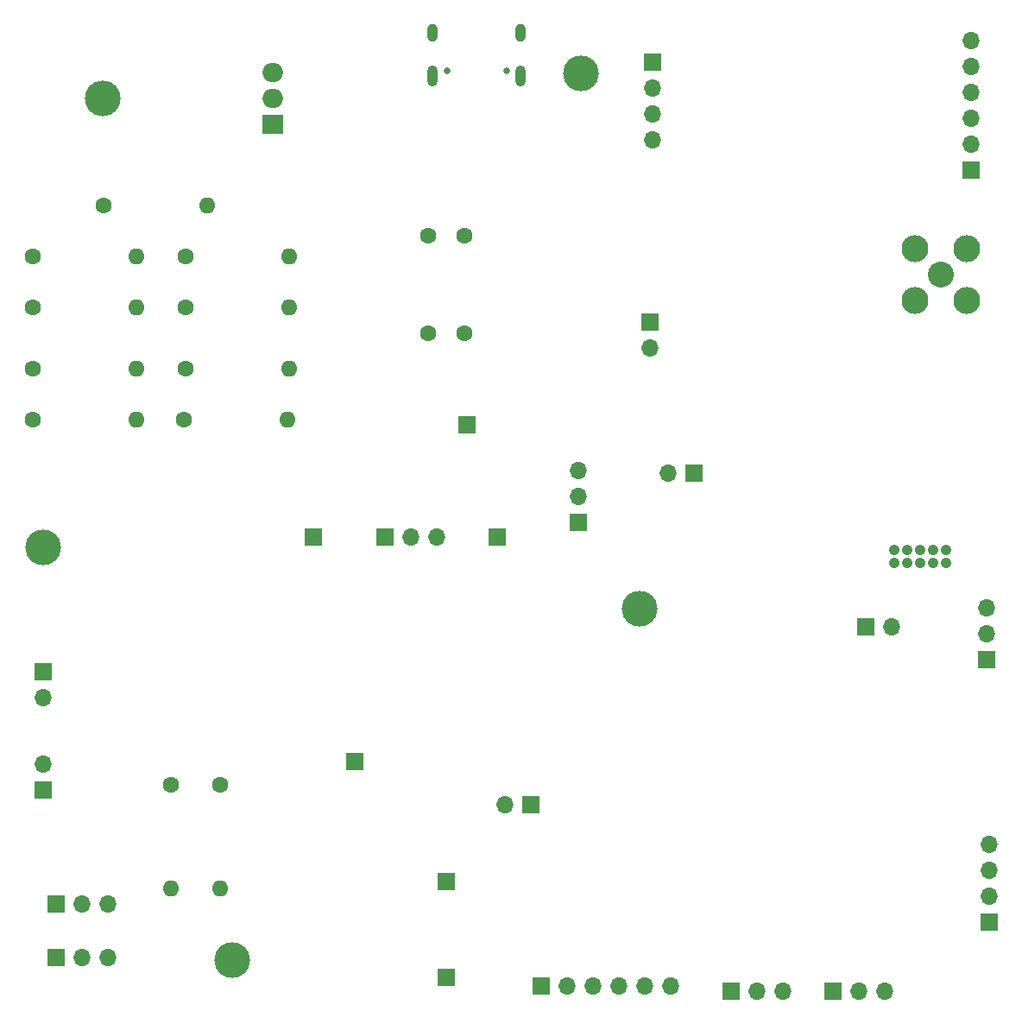
<source format=gbs>
G04 #@! TF.GenerationSoftware,KiCad,Pcbnew,8.0.2-8.0.2-0~ubuntu20.04.1*
G04 #@! TF.CreationDate,2024-05-16T16:26:20-07:00*
G04 #@! TF.ProjectId,cpm_proj,63706d5f-7072-46f6-9a2e-6b696361645f,rev?*
G04 #@! TF.SameCoordinates,Original*
G04 #@! TF.FileFunction,Soldermask,Bot*
G04 #@! TF.FilePolarity,Negative*
%FSLAX46Y46*%
G04 Gerber Fmt 4.6, Leading zero omitted, Abs format (unit mm)*
G04 Created by KiCad (PCBNEW 8.0.2-8.0.2-0~ubuntu20.04.1) date 2024-05-16 16:26:20*
%MOMM*%
%LPD*%
G01*
G04 APERTURE LIST*
%ADD10R,1.700000X1.700000*%
%ADD11O,1.700000X1.700000*%
%ADD12C,1.600000*%
%ADD13O,1.600000X1.600000*%
%ADD14O,2.000000X1.905000*%
%ADD15R,2.000000X1.905000*%
%ADD16O,3.500000X3.500000*%
%ADD17C,2.540000*%
%ADD18C,2.640000*%
%ADD19C,1.050000*%
%ADD20O,1.000000X1.800000*%
%ADD21O,1.000000X2.100000*%
%ADD22C,0.650000*%
%ADD23C,3.500000*%
G04 APERTURE END LIST*
D10*
X119000000Y-91540000D03*
D11*
X119000000Y-89000000D03*
X119000000Y-86460000D03*
D10*
X157500000Y-57000000D03*
D11*
X157500000Y-54460000D03*
X157500000Y-51920000D03*
X157500000Y-49380000D03*
X157500000Y-46840000D03*
X157500000Y-44300000D03*
D12*
X65420000Y-81500000D03*
D13*
X75580000Y-81500000D03*
D12*
X65420000Y-65500000D03*
D13*
X75580000Y-65500000D03*
D12*
X65420000Y-70500000D03*
D13*
X75580000Y-70500000D03*
D12*
X80230000Y-81500000D03*
D13*
X90390000Y-81500000D03*
D12*
X107750000Y-73000000D03*
X104250000Y-73000000D03*
D10*
X147125000Y-101800000D03*
D11*
X149665000Y-101800000D03*
D14*
X89000000Y-47420000D03*
X89000000Y-49960000D03*
D15*
X89000000Y-52500000D03*
D16*
X72340000Y-49960000D03*
D10*
X106000000Y-126800000D03*
X143975000Y-137500000D03*
D11*
X146515000Y-137500000D03*
X149055000Y-137500000D03*
D12*
X65420000Y-76500000D03*
D13*
X75580000Y-76500000D03*
D10*
X159250000Y-130750000D03*
D11*
X159250000Y-128210000D03*
X159250000Y-125670000D03*
X159250000Y-123130000D03*
D12*
X107750000Y-63450000D03*
X104250000Y-63450000D03*
X79000000Y-117320000D03*
D13*
X79000000Y-127480000D03*
D12*
X80420000Y-70500000D03*
D13*
X90580000Y-70500000D03*
D12*
X80420000Y-65500000D03*
D13*
X90580000Y-65500000D03*
D10*
X114275000Y-119200000D03*
D11*
X111735000Y-119200000D03*
D10*
X66500000Y-106225000D03*
D11*
X66500000Y-108765000D03*
D10*
X66500000Y-117775000D03*
D11*
X66500000Y-115235000D03*
D10*
X133975000Y-137500000D03*
D11*
X136515000Y-137500000D03*
X139055000Y-137500000D03*
D12*
X83800000Y-117320000D03*
D13*
X83800000Y-127480000D03*
D10*
X93000000Y-93000000D03*
X67725000Y-129000000D03*
D11*
X70265000Y-129000000D03*
X72805000Y-129000000D03*
D10*
X97000000Y-115000000D03*
D17*
X154500000Y-67250000D03*
D18*
X151960000Y-64710000D03*
X151960000Y-69790000D03*
X157040000Y-64710000D03*
X157040000Y-69790000D03*
D10*
X126000000Y-71925000D03*
D11*
X126000000Y-74465000D03*
D10*
X106000000Y-136200000D03*
D12*
X72420000Y-60500000D03*
D13*
X82580000Y-60500000D03*
D10*
X115300000Y-137000000D03*
D11*
X117840000Y-137000000D03*
X120380000Y-137000000D03*
X122920000Y-137000000D03*
X125460000Y-137000000D03*
X128000000Y-137000000D03*
D10*
X130275000Y-86750000D03*
D11*
X127735000Y-86750000D03*
D10*
X111000000Y-93000000D03*
D19*
X149920000Y-95500000D03*
X149920000Y-94230000D03*
X151190000Y-95500000D03*
X151190000Y-94230000D03*
X152460000Y-95500000D03*
X152460000Y-94230000D03*
X153730000Y-95500000D03*
X153730000Y-94230000D03*
X155000000Y-95500000D03*
X155000000Y-94230000D03*
D10*
X67725000Y-134250000D03*
D11*
X70265000Y-134250000D03*
X72805000Y-134250000D03*
D12*
X80420000Y-76500000D03*
D13*
X90580000Y-76500000D03*
D20*
X104680000Y-43585000D03*
D21*
X104680000Y-47765000D03*
D20*
X113320000Y-43585000D03*
D21*
X113320000Y-47765000D03*
D22*
X106110000Y-47265000D03*
X111890000Y-47265000D03*
D10*
X159000000Y-105000000D03*
D11*
X159000000Y-102460000D03*
X159000000Y-99920000D03*
D10*
X100000000Y-93000000D03*
D11*
X102540000Y-93000000D03*
X105080000Y-93000000D03*
D10*
X126250000Y-46420000D03*
D11*
X126250000Y-48960000D03*
X126250000Y-51500000D03*
X126250000Y-54040000D03*
D10*
X108000000Y-82000000D03*
D23*
X125000000Y-100000000D03*
X85000000Y-134500000D03*
X66500000Y-94000000D03*
X119250000Y-47500000D03*
M02*

</source>
